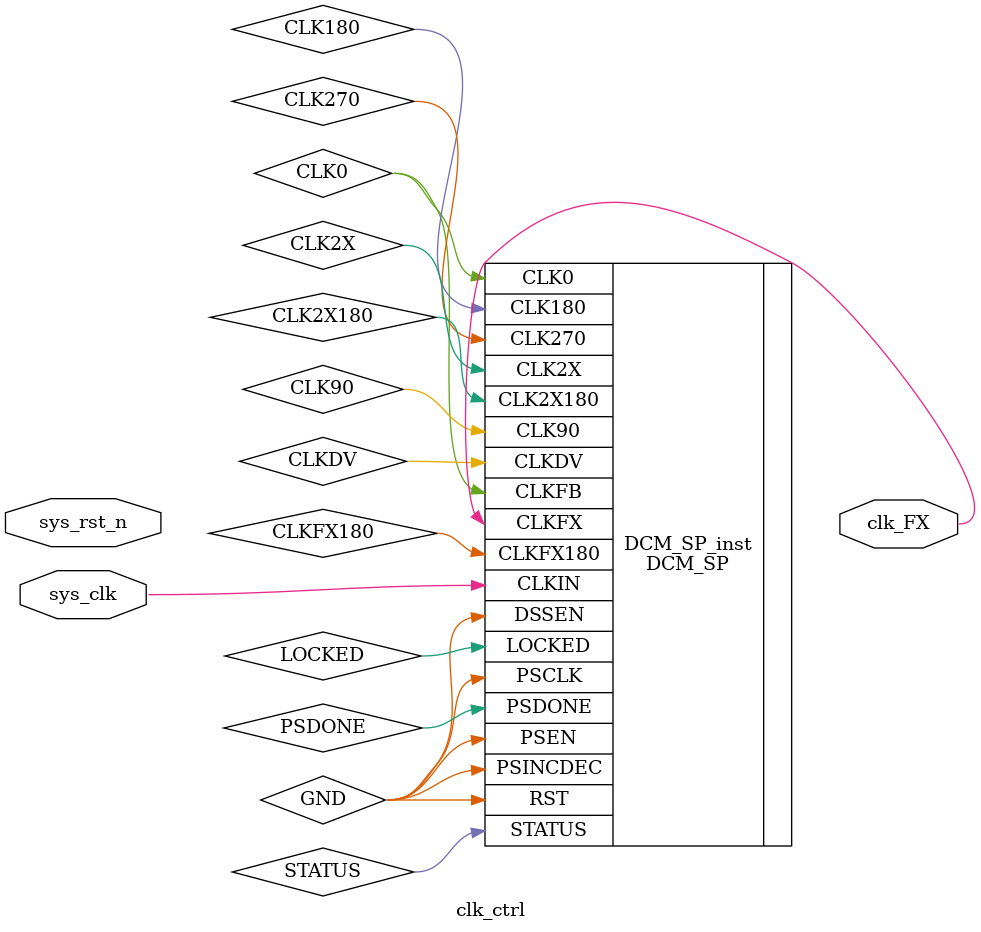
<source format=v>



module  clk_ctrl
   (
      input                               sys_clk,
      input                               sys_rst_n,
      
      output                              clk_FX
   );

//***************************************************************
//--Ê¹ÓÃDCM±¶Æµ
//--50M-->400M OR 50M-->333M
//***************************************************************
DCM_SP #(
      .CLKDV_DIVIDE(2.0),                   // CLKDV divide value
                                            // (1.5,2,2.5,3,3.5,4,4.5,5,5.5,6,6.5,7,7.5,8,9,10,11,12,13,14,15,16).
      .CLKFX_DIVIDE(1),                     // Divide value on CLKFX outputs - D - (1-32)
      .CLKFX_MULTIPLY(8),                   // Multiply value on CLKFX outputs - M - (2-32)
      .CLKIN_DIVIDE_BY_2("FALSE"),          // CLKIN divide by two (TRUE/FALSE)
      .CLKIN_PERIOD(20.0),                  // Input clock period specified in nS
      .CLKOUT_PHASE_SHIFT("NONE"),          // Output phase shift (NONE, FIXED, VARIABLE)
      .CLK_FEEDBACK("1X"),                  // Feedback source (NONE, 1X, 2X)
      .DESKEW_ADJUST("SYSTEM_SYNCHRONOUS"), // SYSTEM_SYNCHRNOUS or SOURCE_SYNCHRONOUS
      .DFS_FREQUENCY_MODE("LOW"),           // Unsupported - Do not change value
      .DLL_FREQUENCY_MODE("LOW"),           // Unsupported - Do not change value
      .DSS_MODE("NONE"),                    // Unsupported - Do not change value
      .DUTY_CYCLE_CORRECTION("TRUE"),       // Unsupported - Do not change value
      .FACTORY_JF(16'hc080),                // Unsupported - Do not change value
      .PHASE_SHIFT(0),                      // Amount of fixed phase shift (-255 to 255)
      .STARTUP_WAIT("FALSE")                // Delay config DONE until DCM_SP LOCKED (TRUE/FALSE)
   )
   DCM_SP_inst (
      .CLK0(CLK0),         // 1-bit output: 0 degree clock output
      .CLK180(CLK180),     // 1-bit output: 180 degree clock output
      .CLK270(CLK270),     // 1-bit output: 270 degree clock output
      .CLK2X(CLK2X),       // 1-bit output: 2X clock frequency clock output
      .CLK2X180(CLK2X180), // 1-bit output: 2X clock frequency, 180 degree clock output
      .CLK90(CLK90),       // 1-bit output: 90 degree clock output
      .CLKDV(CLKDV),       // 1-bit output: Divided clock output
      .CLKFX(clk_FX),      // 1-bit output: Digital Frequency Synthesizer output (DFS)
      .CLKFX180(CLKFX180), // 1-bit output: 180 degree CLKFX output
      .LOCKED(LOCKED),     // 1-bit output: DCM_SP Lock Output
      .PSDONE(PSDONE),     // 1-bit output: Phase shift done output
      .STATUS(STATUS),     // 8-bit output: DCM_SP status output
      .CLKFB(CLK0),        // 1-bit input: Clock feedback input
      .CLKIN(sys_clk),     // 1-bit input: Clock input
      .DSSEN(GND),         // 1-bit input: Unsupported, specify to GND.
      .PSCLK(GND),         // 1-bit input: Phase shift clock input
      .PSEN(GND),          // 1-bit input: Phase shift enable
      .PSINCDEC(GND),      // 1-bit input: Phase shift increment/decrement input
      .RST(GND)            // 1-bit input: Active high reset input
   );

endmodule

</source>
